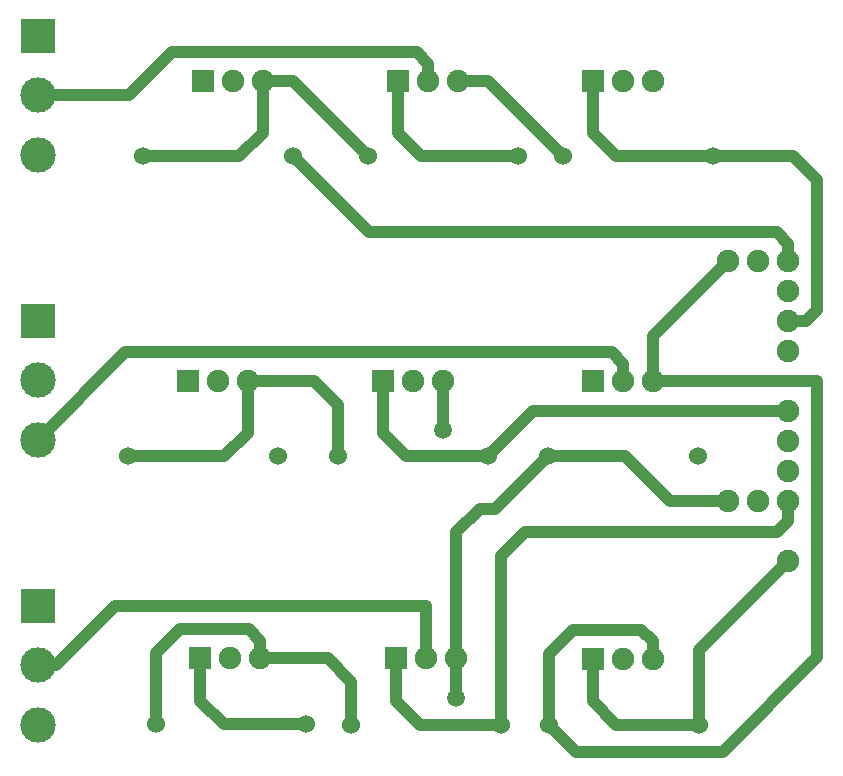
<source format=gbr>
G04 DipTrace 3.2.0.1*
G04 Bottom.gbr*
%MOIN*%
G04 #@! TF.FileFunction,Copper,L2,Bot*
G04 #@! TF.Part,Single*
G04 #@! TA.AperFunction,Conductor*
%ADD13C,0.03937*%
G04 #@! TA.AperFunction,ComponentPad*
%ADD15R,0.11811X0.11811*%
%ADD16C,0.11811*%
%ADD17C,0.075*%
%ADD18R,0.074803X0.074803*%
%ADD19C,0.074803*%
%ADD20C,0.06*%
%ADD21C,0.06*%
G04 #@! TA.AperFunction,ViaPad*
%ADD22C,0.059055*%
%FSLAX26Y26*%
G04*
G70*
G90*
G75*
G01*
G04 Bottom*
%LPD*%
X2843402Y968845D2*
D13*
Y1027902D1*
X2806001Y1065303D1*
X2576919D1*
X2498178Y986562D1*
Y749388D1*
X2187563Y838445D2*
Y970597D1*
X1839045Y748697D2*
Y891563D1*
X1760303Y970304D1*
X1534129D1*
X1893701Y2643701D2*
X1643701Y2893701D1*
X1543701D1*
X1793701Y1643701D2*
Y1814961D1*
X1714961Y1893701D1*
X1493701D1*
X2193701Y2893701D2*
X2293701D1*
X2543701Y2643701D1*
X2143701Y1732756D2*
Y1893701D1*
X2843701D2*
Y2043701D1*
X3093701Y2293701D1*
X2498178Y749388D2*
X2587921Y659646D1*
X3076311D1*
X3390256Y973591D1*
Y1893701D1*
X2843701D1*
X2493701Y1643701D2*
X2750906D1*
X2900906Y1493701D1*
X3093701D1*
X2187563Y970597D2*
Y1390256D1*
X2266303Y1468996D1*
X2318996D1*
X2493701Y1643701D1*
X1534129Y970304D2*
Y1029362D1*
X1496727Y1066764D1*
X1266229D1*
X1187488Y988023D1*
Y750660D1*
X1543701Y2893701D2*
Y2722441D1*
X1464961Y2643701D1*
X1143701D1*
X1493701Y1893701D2*
Y1722441D1*
X1414961Y1643701D1*
X1093701D1*
X1643701Y2643701D2*
X1897146Y2390256D1*
X3256201D1*
X3293701Y2352756D1*
Y2293701D1*
X2393701Y2643701D2*
X2072441D1*
X1993701Y2722441D1*
Y2893701D1*
X2643701D2*
Y2722441D1*
X2722441Y2643701D1*
X3043701D1*
X3311516D1*
X3390256Y2564961D1*
Y2131201D1*
X3352756Y2093701D1*
X3293701D1*
X1943701Y1893701D2*
Y1722441D1*
X2022441Y1643701D1*
X2293701D1*
X2443701Y1793701D1*
X3293701D1*
X1687488Y750660D2*
X1412869D1*
X1334129Y829401D1*
Y970304D1*
X1987563Y970597D2*
Y827437D1*
X2066303Y748697D1*
X2339045D1*
Y1311516D1*
X2417785Y1390256D1*
X3256201D1*
X3293701Y1427756D1*
Y1493701D1*
X2643402Y968845D2*
Y828133D1*
X2722146Y749388D1*
X2998178D1*
Y998178D1*
X3293701Y1293701D1*
X2093701Y2893701D2*
Y2952760D1*
X2056299Y2990162D1*
X1240162D1*
X1096850Y2846850D1*
X793701D1*
X2743701Y1893701D2*
Y1952760D1*
X2706299Y1990162D1*
X1083863D1*
X793701Y1700000D1*
X2087563Y970597D2*
Y1145504D1*
X1051409D1*
X852755Y946850D1*
X793701D1*
D22*
X2187563Y838445D3*
X2143701Y1732756D3*
D15*
X793701Y3043701D3*
D16*
Y2846850D3*
Y2650000D3*
D15*
Y2093701D3*
D16*
Y1896850D3*
Y1700000D3*
D15*
Y1143701D3*
D16*
Y946850D3*
Y750000D3*
D17*
X3293701Y2293701D3*
Y2193701D3*
Y2093701D3*
Y1293701D3*
Y1793701D3*
Y1693701D3*
Y1593701D3*
Y1993701D3*
Y1493701D3*
X3093701D3*
Y2293701D3*
X3193701D3*
Y1493701D3*
D18*
X1343701Y2893701D3*
D19*
X1443701D3*
X1543701D3*
D18*
X1993701D3*
D19*
X2093701D3*
X2193701D3*
D18*
X2643701D3*
D19*
X2743701D3*
X2843701D3*
D18*
X1293701Y1893701D3*
D19*
X1393701D3*
X1493701D3*
D18*
X1943701D3*
D19*
X2043701D3*
X2143701D3*
D18*
X2643701D3*
D19*
X2743701D3*
X2843701D3*
D18*
X1334129Y970304D3*
D19*
X1434129D3*
X1534129D3*
D18*
X1987563Y970597D3*
D19*
X2087563D3*
X2187563D3*
D18*
X2643402Y968845D3*
D19*
X2743402D3*
X2843402D3*
D20*
X1643701Y2643701D3*
D21*
X1143701D3*
D20*
X2393701D3*
D21*
X1893701D3*
D20*
X3043701D3*
D21*
X2543701D3*
D20*
X1593701Y1643701D3*
D21*
X1093701D3*
D20*
X2293701D3*
D21*
X1793701D3*
D20*
X2993701D3*
D21*
X2493701D3*
D20*
X1687488Y750660D3*
D21*
X1187488D3*
D20*
X2339045Y748697D3*
D21*
X1839045D3*
D20*
X2998178Y749388D3*
D21*
X2498178D3*
M02*

</source>
